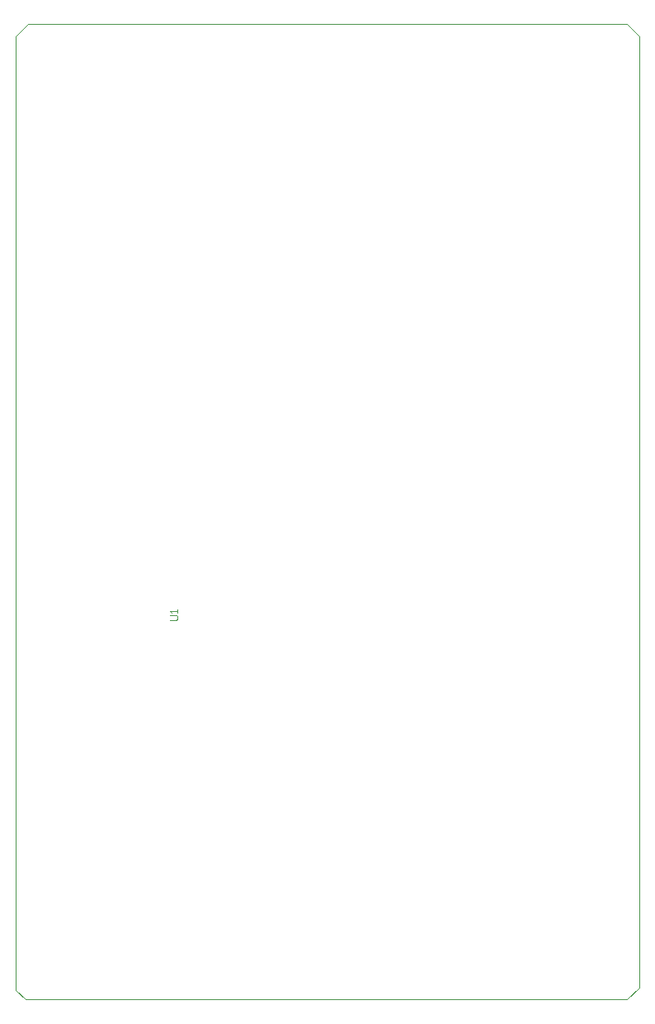
<source format=gm1>
G04*
G04 #@! TF.GenerationSoftware,Altium Limited,Altium Designer,22.7.1 (60)*
G04*
G04 Layer_Color=16711935*
%FSLAX25Y25*%
%MOIN*%
G70*
G04*
G04 #@! TF.SameCoordinates,B0270450-B435-420B-BE19-FF0628D395ED*
G04*
G04*
G04 #@! TF.FilePolarity,Positive*
G04*
G01*
G75*
%ADD16C,0.00004*%
%ADD17C,0.00394*%
D16*
X99410Y466535D02*
X341535D01*
X346457Y461614D01*
Y77756D02*
Y461614D01*
X341535Y72835D02*
X346457Y77756D01*
X98425Y72835D02*
X341535D01*
X94488Y76772D02*
X98425Y72835D01*
X94488Y76772D02*
Y461614D01*
X99410Y466535D01*
X341535D01*
X346457Y461614D01*
Y77756D02*
Y461614D01*
X341535Y72835D02*
X346457Y77756D01*
X98425Y72835D02*
X341535D01*
X94488Y76772D02*
X98425Y72835D01*
X94488Y76772D02*
Y461614D01*
X99410Y466535D01*
D17*
X156851Y226000D02*
X159475D01*
X160000Y226525D01*
Y227574D01*
X159475Y228099D01*
X156851D01*
X160000Y229149D02*
Y230198D01*
Y229673D01*
X156851D01*
X157376Y229149D01*
X156851Y226000D02*
X159475D01*
X160000Y226525D01*
Y227574D01*
X159475Y228099D01*
X156851D01*
X160000Y229149D02*
Y230198D01*
Y229673D01*
X156851D01*
X157376Y229149D01*
M02*

</source>
